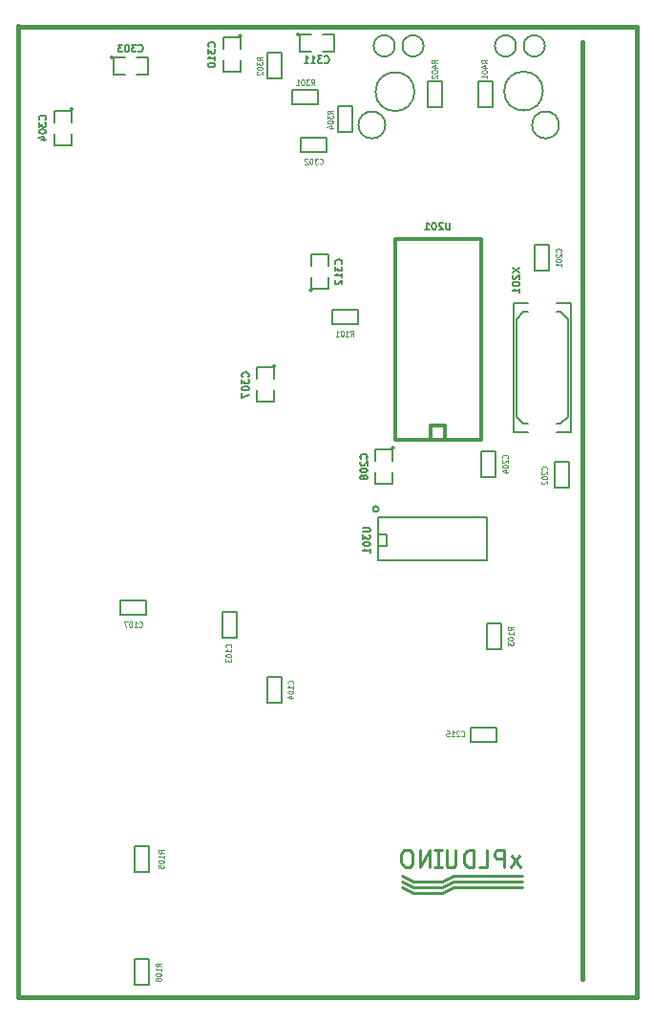
<source format=gbo>
G04 (created by PCBNEW (2011-nov-30)-testing) date ven. 21 sept. 2012 14:12:35 CEST*
%MOIN*%
G04 Gerber Fmt 3.4, Leading zero omitted, Abs format*
%FSLAX34Y34*%
G01*
G70*
G90*
G04 APERTURE LIST*
%ADD10C,0.006*%
%ADD11C,0.015*%
%ADD12C,0.005*%
%ADD13C,0.012*%
%ADD14C,0.008*%
%ADD15C,0.01*%
%ADD16C,0.0045*%
G04 APERTURE END LIST*
G54D10*
G54D11*
X39400Y-39925D02*
X39400Y-72600D01*
X19700Y-39375D02*
X19700Y-39400D01*
X41300Y-39375D02*
X19700Y-39375D01*
X41300Y-73225D02*
X41300Y-39375D01*
X39375Y-73225D02*
X41300Y-73225D01*
G54D12*
X32284Y-56201D02*
G75*
G03X32284Y-56201I-99J0D01*
G74*
G01*
G54D11*
X19685Y-73228D02*
X19685Y-39370D01*
X39370Y-73228D02*
X19685Y-73228D01*
G54D12*
X23022Y-40448D02*
G75*
G03X23022Y-40448I-50J0D01*
G74*
G01*
X23422Y-40448D02*
X23022Y-40448D01*
X23022Y-40448D02*
X23022Y-41048D01*
X23022Y-41048D02*
X23422Y-41048D01*
X23822Y-41048D02*
X24222Y-41048D01*
X24222Y-41048D02*
X24222Y-40448D01*
X24222Y-40448D02*
X23822Y-40448D01*
X21610Y-42263D02*
G75*
G03X21610Y-42263I-50J0D01*
G74*
G01*
X21560Y-42713D02*
X21560Y-42313D01*
X21560Y-42313D02*
X20960Y-42313D01*
X20960Y-42313D02*
X20960Y-42713D01*
X20960Y-43113D02*
X20960Y-43513D01*
X20960Y-43513D02*
X21560Y-43513D01*
X21560Y-43513D02*
X21560Y-43113D01*
X32830Y-54074D02*
G75*
G03X32830Y-54074I-50J0D01*
G74*
G01*
X32780Y-54524D02*
X32780Y-54124D01*
X32780Y-54124D02*
X32180Y-54124D01*
X32180Y-54124D02*
X32180Y-54524D01*
X32180Y-54924D02*
X32180Y-55324D01*
X32180Y-55324D02*
X32780Y-55324D01*
X32780Y-55324D02*
X32780Y-54924D01*
X28696Y-51220D02*
G75*
G03X28696Y-51220I-50J0D01*
G74*
G01*
X28646Y-51670D02*
X28646Y-51270D01*
X28646Y-51270D02*
X28046Y-51270D01*
X28046Y-51270D02*
X28046Y-51670D01*
X28046Y-52070D02*
X28046Y-52470D01*
X28046Y-52470D02*
X28646Y-52470D01*
X28646Y-52470D02*
X28646Y-52070D01*
X27515Y-39704D02*
G75*
G03X27515Y-39704I-50J0D01*
G74*
G01*
X27465Y-40154D02*
X27465Y-39754D01*
X27465Y-39754D02*
X26865Y-39754D01*
X26865Y-39754D02*
X26865Y-40154D01*
X26865Y-40554D02*
X26865Y-40954D01*
X26865Y-40954D02*
X27465Y-40954D01*
X27465Y-40954D02*
X27465Y-40554D01*
X29518Y-39661D02*
G75*
G03X29518Y-39661I-50J0D01*
G74*
G01*
X29918Y-39661D02*
X29518Y-39661D01*
X29518Y-39661D02*
X29518Y-40261D01*
X29518Y-40261D02*
X29918Y-40261D01*
X30318Y-40261D02*
X30718Y-40261D01*
X30718Y-40261D02*
X30718Y-39661D01*
X30718Y-39661D02*
X30318Y-39661D01*
X29967Y-48583D02*
G75*
G03X29967Y-48583I-50J0D01*
G74*
G01*
X29917Y-48133D02*
X29917Y-48533D01*
X29917Y-48533D02*
X30517Y-48533D01*
X30517Y-48533D02*
X30517Y-48133D01*
X30517Y-47733D02*
X30517Y-47333D01*
X30517Y-47333D02*
X29917Y-47333D01*
X29917Y-47333D02*
X29917Y-47733D01*
X24266Y-72793D02*
X24266Y-71893D01*
X24266Y-71893D02*
X23766Y-71893D01*
X23766Y-71893D02*
X23766Y-72793D01*
X23766Y-72793D02*
X24266Y-72793D01*
X36069Y-60180D02*
X36069Y-61080D01*
X36069Y-61080D02*
X36569Y-61080D01*
X36569Y-61080D02*
X36569Y-60180D01*
X36569Y-60180D02*
X36069Y-60180D01*
X30652Y-49758D02*
X31552Y-49758D01*
X31552Y-49758D02*
X31552Y-49258D01*
X31552Y-49258D02*
X30652Y-49258D01*
X30652Y-49258D02*
X30652Y-49758D01*
X23766Y-67956D02*
X23766Y-68856D01*
X23766Y-68856D02*
X24266Y-68856D01*
X24266Y-68856D02*
X24266Y-67956D01*
X24266Y-67956D02*
X23766Y-67956D01*
X29274Y-42081D02*
X30174Y-42081D01*
X30174Y-42081D02*
X30174Y-41581D01*
X30174Y-41581D02*
X29274Y-41581D01*
X29274Y-41581D02*
X29274Y-42081D01*
X28392Y-40298D02*
X28392Y-41198D01*
X28392Y-41198D02*
X28892Y-41198D01*
X28892Y-41198D02*
X28892Y-40298D01*
X28892Y-40298D02*
X28392Y-40298D01*
X31352Y-43068D02*
X31352Y-42168D01*
X31352Y-42168D02*
X30852Y-42168D01*
X30852Y-42168D02*
X30852Y-43068D01*
X30852Y-43068D02*
X31352Y-43068D01*
X36395Y-63805D02*
X35495Y-63805D01*
X35495Y-63805D02*
X35495Y-64305D01*
X35495Y-64305D02*
X36395Y-64305D01*
X36395Y-64305D02*
X36395Y-63805D01*
X38431Y-54570D02*
X38431Y-55470D01*
X38431Y-55470D02*
X38931Y-55470D01*
X38931Y-55470D02*
X38931Y-54570D01*
X38931Y-54570D02*
X38431Y-54570D01*
X36372Y-55076D02*
X36372Y-54176D01*
X36372Y-54176D02*
X35872Y-54176D01*
X35872Y-54176D02*
X35872Y-55076D01*
X35872Y-55076D02*
X36372Y-55076D01*
X29570Y-43754D02*
X30470Y-43754D01*
X30470Y-43754D02*
X30470Y-43254D01*
X30470Y-43254D02*
X29570Y-43254D01*
X29570Y-43254D02*
X29570Y-43754D01*
X28392Y-62050D02*
X28392Y-62950D01*
X28392Y-62950D02*
X28892Y-62950D01*
X28892Y-62950D02*
X28892Y-62050D01*
X28892Y-62050D02*
X28392Y-62050D01*
X26817Y-59786D02*
X26817Y-60686D01*
X26817Y-60686D02*
X27317Y-60686D01*
X27317Y-60686D02*
X27317Y-59786D01*
X27317Y-59786D02*
X26817Y-59786D01*
X38242Y-47891D02*
X38242Y-46991D01*
X38242Y-46991D02*
X37742Y-46991D01*
X37742Y-46991D02*
X37742Y-47891D01*
X37742Y-47891D02*
X38242Y-47891D01*
X23270Y-59896D02*
X24170Y-59896D01*
X24170Y-59896D02*
X24170Y-59396D01*
X24170Y-59396D02*
X23270Y-59396D01*
X23270Y-59396D02*
X23270Y-59896D01*
G54D13*
X35350Y-46795D02*
X32850Y-46795D01*
X32850Y-46795D02*
X32850Y-53795D01*
X32850Y-53795D02*
X35850Y-53795D01*
X35850Y-53795D02*
X35850Y-46795D01*
X35850Y-46795D02*
X35350Y-46795D01*
X34600Y-53795D02*
X34600Y-53295D01*
X34600Y-53295D02*
X34100Y-53295D01*
X34100Y-53295D02*
X34100Y-53795D01*
G54D14*
X32254Y-57983D02*
X36054Y-57983D01*
X36054Y-57983D02*
X36054Y-56483D01*
X36054Y-56483D02*
X32254Y-56483D01*
X32254Y-56483D02*
X32254Y-57983D01*
X32254Y-57483D02*
X32554Y-57483D01*
X32554Y-57483D02*
X32554Y-57083D01*
X32554Y-57083D02*
X32254Y-57083D01*
X37342Y-49330D02*
X37492Y-49330D01*
X38642Y-49330D02*
X38492Y-49330D01*
X38642Y-53230D02*
X38492Y-53230D01*
X37342Y-53230D02*
X37492Y-53230D01*
X36992Y-53530D02*
X37492Y-53530D01*
X38992Y-53530D02*
X38492Y-53530D01*
X38992Y-49030D02*
X38492Y-49030D01*
X36992Y-49030D02*
X37492Y-49030D01*
X38642Y-49330D02*
X38892Y-49580D01*
X38892Y-49580D02*
X38892Y-52980D01*
X38892Y-52980D02*
X38642Y-53230D01*
X37342Y-53230D02*
X37092Y-52980D01*
X37092Y-52980D02*
X37092Y-49580D01*
X37092Y-49580D02*
X37342Y-49330D01*
X38992Y-53530D02*
X38992Y-49030D01*
X36992Y-49030D02*
X36992Y-53530D01*
G54D12*
X36250Y-42200D02*
X36250Y-41300D01*
X36250Y-41300D02*
X35750Y-41300D01*
X35750Y-41300D02*
X35750Y-42200D01*
X35750Y-42200D02*
X36250Y-42200D01*
X34500Y-42200D02*
X34500Y-41300D01*
X34500Y-41300D02*
X34000Y-41300D01*
X34000Y-41300D02*
X34000Y-42200D01*
X34000Y-42200D02*
X34500Y-42200D01*
G54D15*
X37300Y-69400D02*
X34900Y-69400D01*
X34900Y-69400D02*
X34500Y-69600D01*
X34500Y-69600D02*
X33500Y-69600D01*
X33500Y-69600D02*
X33100Y-69400D01*
X37300Y-69200D02*
X34900Y-69200D01*
X34900Y-69200D02*
X34500Y-69400D01*
X34500Y-69400D02*
X33500Y-69400D01*
X33500Y-69400D02*
X33100Y-69200D01*
X33500Y-69200D02*
X33100Y-69000D01*
X34500Y-69200D02*
X33500Y-69200D01*
X34900Y-69000D02*
X34500Y-69200D01*
X37300Y-69000D02*
X34900Y-69000D01*
X37300Y-69000D02*
X34900Y-69000D01*
X34900Y-69000D02*
X34500Y-69200D01*
X34500Y-69200D02*
X33500Y-69200D01*
X33500Y-69200D02*
X33100Y-69000D01*
X33500Y-69200D02*
X33100Y-69000D01*
X34500Y-69200D02*
X33500Y-69200D01*
X34900Y-69000D02*
X34500Y-69200D01*
X37300Y-69000D02*
X34900Y-69000D01*
X37300Y-69000D02*
X34900Y-69000D01*
X34900Y-69000D02*
X34500Y-69200D01*
X34500Y-69200D02*
X33500Y-69200D01*
X33500Y-69200D02*
X33100Y-69000D01*
X33500Y-69200D02*
X33100Y-69000D01*
X34500Y-69200D02*
X33500Y-69200D01*
X34900Y-69000D02*
X34500Y-69200D01*
X37300Y-69000D02*
X34900Y-69000D01*
X37300Y-69000D02*
X34900Y-69000D01*
X34900Y-69000D02*
X34500Y-69200D01*
X34500Y-69200D02*
X33500Y-69200D01*
X33500Y-69200D02*
X33100Y-69000D01*
X33500Y-69200D02*
X33100Y-69000D01*
X34500Y-69200D02*
X33500Y-69200D01*
X34900Y-69000D02*
X34500Y-69200D01*
X37300Y-69000D02*
X34900Y-69000D01*
X37300Y-69000D02*
X34900Y-69000D01*
X34900Y-69000D02*
X34500Y-69200D01*
X34500Y-69200D02*
X33500Y-69200D01*
X33500Y-69200D02*
X33100Y-69000D01*
X33225Y-68700D02*
X33125Y-68625D01*
X33450Y-68600D02*
X33350Y-68700D01*
X34275Y-68700D02*
X34225Y-68700D01*
X34500Y-68700D02*
X34250Y-68700D01*
X34500Y-68100D02*
X34225Y-68100D01*
X34350Y-68675D02*
X34350Y-68150D01*
X33475Y-68500D02*
X33450Y-68600D01*
X33350Y-68700D02*
X33225Y-68700D01*
X33075Y-68475D02*
X33100Y-68600D01*
X33475Y-68275D02*
X33450Y-68175D01*
X33450Y-68175D02*
X33375Y-68100D01*
X33375Y-68100D02*
X33325Y-68075D01*
X33325Y-68075D02*
X33225Y-68075D01*
X33225Y-68075D02*
X33175Y-68100D01*
X33175Y-68100D02*
X33125Y-68125D01*
X33125Y-68125D02*
X33100Y-68175D01*
X33100Y-68175D02*
X33075Y-68250D01*
X33075Y-68250D02*
X33075Y-68300D01*
X33075Y-68300D02*
X33075Y-68475D01*
X33475Y-68300D02*
X33475Y-68500D01*
X34075Y-68700D02*
X34075Y-68075D01*
X34075Y-68100D02*
X33725Y-68700D01*
X33725Y-68700D02*
X33725Y-68075D01*
X34975Y-68100D02*
X34975Y-68575D01*
X34975Y-68575D02*
X34950Y-68625D01*
X34950Y-68625D02*
X34925Y-68650D01*
X34925Y-68650D02*
X34900Y-68675D01*
X34900Y-68675D02*
X34850Y-68700D01*
X34850Y-68700D02*
X34800Y-68700D01*
X34800Y-68700D02*
X34750Y-68700D01*
X34750Y-68700D02*
X34700Y-68675D01*
X34700Y-68675D02*
X34675Y-68650D01*
X34675Y-68650D02*
X34650Y-68625D01*
X34650Y-68625D02*
X34650Y-68575D01*
X34650Y-68575D02*
X34650Y-68100D01*
X35575Y-68100D02*
X35450Y-68100D01*
X35450Y-68100D02*
X35350Y-68125D01*
X35350Y-68125D02*
X35300Y-68175D01*
X35300Y-68175D02*
X35275Y-68250D01*
X35275Y-68250D02*
X35250Y-68350D01*
X35250Y-68350D02*
X35250Y-68425D01*
X35250Y-68425D02*
X35250Y-68475D01*
X35250Y-68475D02*
X35275Y-68550D01*
X35275Y-68550D02*
X35300Y-68600D01*
X35300Y-68600D02*
X35350Y-68650D01*
X35350Y-68650D02*
X35425Y-68700D01*
X35425Y-68700D02*
X35475Y-68700D01*
X35475Y-68700D02*
X35600Y-68700D01*
X35600Y-68700D02*
X35600Y-68100D01*
X36075Y-68100D02*
X36075Y-68700D01*
X36075Y-68700D02*
X35800Y-68700D01*
X36675Y-68100D02*
X36650Y-68100D01*
X36650Y-68100D02*
X36425Y-68100D01*
X36425Y-68100D02*
X36375Y-68125D01*
X36375Y-68125D02*
X36350Y-68150D01*
X36350Y-68150D02*
X36325Y-68200D01*
X36325Y-68200D02*
X36325Y-68250D01*
X36325Y-68250D02*
X36325Y-68300D01*
X36325Y-68300D02*
X36350Y-68350D01*
X36350Y-68350D02*
X36400Y-68375D01*
X36400Y-68375D02*
X36450Y-68400D01*
X36450Y-68400D02*
X36675Y-68400D01*
X36675Y-68675D02*
X36675Y-68100D01*
X37200Y-68300D02*
X36900Y-68700D01*
X37225Y-68700D02*
X36925Y-68300D01*
G54D10*
X33534Y-41648D02*
G75*
G03X33534Y-41648I-678J0D01*
G74*
G01*
X38022Y-41629D02*
G75*
G03X38022Y-41629I-678J0D01*
G74*
G01*
X38088Y-40054D02*
G75*
G03X38088Y-40054I-370J0D01*
G74*
G01*
X37084Y-40054D02*
G75*
G03X37084Y-40054I-370J0D01*
G74*
G01*
X33856Y-40054D02*
G75*
G03X33856Y-40054I-370J0D01*
G74*
G01*
X32852Y-40054D02*
G75*
G03X32852Y-40054I-370J0D01*
G74*
G01*
X38582Y-42810D02*
G75*
G03X38582Y-42810I-470J0D01*
G74*
G01*
X32519Y-42810D02*
G75*
G03X32519Y-42810I-470J0D01*
G74*
G01*
G54D12*
X23902Y-40235D02*
X23914Y-40247D01*
X23949Y-40259D01*
X23973Y-40259D01*
X24009Y-40247D01*
X24033Y-40223D01*
X24044Y-40200D01*
X24056Y-40152D01*
X24056Y-40116D01*
X24044Y-40069D01*
X24033Y-40045D01*
X24009Y-40021D01*
X23973Y-40009D01*
X23949Y-40009D01*
X23914Y-40021D01*
X23902Y-40033D01*
X23818Y-40009D02*
X23664Y-40009D01*
X23747Y-40104D01*
X23711Y-40104D01*
X23687Y-40116D01*
X23675Y-40128D01*
X23664Y-40152D01*
X23664Y-40212D01*
X23675Y-40235D01*
X23687Y-40247D01*
X23711Y-40259D01*
X23783Y-40259D01*
X23806Y-40247D01*
X23818Y-40235D01*
X23509Y-40009D02*
X23485Y-40009D01*
X23461Y-40021D01*
X23449Y-40033D01*
X23437Y-40057D01*
X23426Y-40104D01*
X23426Y-40164D01*
X23437Y-40212D01*
X23449Y-40235D01*
X23461Y-40247D01*
X23485Y-40259D01*
X23509Y-40259D01*
X23533Y-40247D01*
X23545Y-40235D01*
X23556Y-40212D01*
X23568Y-40164D01*
X23568Y-40104D01*
X23556Y-40057D01*
X23545Y-40033D01*
X23533Y-40021D01*
X23509Y-40009D01*
X23342Y-40009D02*
X23188Y-40009D01*
X23271Y-40104D01*
X23235Y-40104D01*
X23211Y-40116D01*
X23199Y-40128D01*
X23188Y-40152D01*
X23188Y-40212D01*
X23199Y-40235D01*
X23211Y-40247D01*
X23235Y-40259D01*
X23307Y-40259D01*
X23330Y-40247D01*
X23342Y-40235D01*
X20648Y-42633D02*
X20660Y-42621D01*
X20672Y-42586D01*
X20672Y-42562D01*
X20660Y-42526D01*
X20636Y-42502D01*
X20613Y-42491D01*
X20565Y-42479D01*
X20529Y-42479D01*
X20482Y-42491D01*
X20458Y-42502D01*
X20434Y-42526D01*
X20422Y-42562D01*
X20422Y-42586D01*
X20434Y-42621D01*
X20446Y-42633D01*
X20422Y-42717D02*
X20422Y-42871D01*
X20517Y-42788D01*
X20517Y-42824D01*
X20529Y-42848D01*
X20541Y-42860D01*
X20565Y-42871D01*
X20625Y-42871D01*
X20648Y-42860D01*
X20660Y-42848D01*
X20672Y-42824D01*
X20672Y-42752D01*
X20660Y-42729D01*
X20648Y-42717D01*
X20422Y-43026D02*
X20422Y-43050D01*
X20434Y-43074D01*
X20446Y-43086D01*
X20470Y-43098D01*
X20517Y-43109D01*
X20577Y-43109D01*
X20625Y-43098D01*
X20648Y-43086D01*
X20660Y-43074D01*
X20672Y-43050D01*
X20672Y-43026D01*
X20660Y-43002D01*
X20648Y-42990D01*
X20625Y-42979D01*
X20577Y-42967D01*
X20517Y-42967D01*
X20470Y-42979D01*
X20446Y-42990D01*
X20434Y-43002D01*
X20422Y-43026D01*
X20506Y-43324D02*
X20672Y-43324D01*
X20410Y-43264D02*
X20589Y-43205D01*
X20589Y-43359D01*
X31868Y-54444D02*
X31880Y-54432D01*
X31892Y-54397D01*
X31892Y-54373D01*
X31880Y-54337D01*
X31856Y-54313D01*
X31833Y-54302D01*
X31785Y-54290D01*
X31749Y-54290D01*
X31702Y-54302D01*
X31678Y-54313D01*
X31654Y-54337D01*
X31642Y-54373D01*
X31642Y-54397D01*
X31654Y-54432D01*
X31666Y-54444D01*
X31666Y-54540D02*
X31654Y-54552D01*
X31642Y-54575D01*
X31642Y-54635D01*
X31654Y-54659D01*
X31666Y-54671D01*
X31690Y-54682D01*
X31714Y-54682D01*
X31749Y-54671D01*
X31892Y-54528D01*
X31892Y-54682D01*
X31642Y-54837D02*
X31642Y-54861D01*
X31654Y-54885D01*
X31666Y-54897D01*
X31690Y-54909D01*
X31737Y-54920D01*
X31797Y-54920D01*
X31845Y-54909D01*
X31868Y-54897D01*
X31880Y-54885D01*
X31892Y-54861D01*
X31892Y-54837D01*
X31880Y-54813D01*
X31868Y-54801D01*
X31845Y-54790D01*
X31797Y-54778D01*
X31737Y-54778D01*
X31690Y-54790D01*
X31666Y-54801D01*
X31654Y-54813D01*
X31642Y-54837D01*
X31749Y-55063D02*
X31737Y-55039D01*
X31726Y-55028D01*
X31702Y-55016D01*
X31690Y-55016D01*
X31666Y-55028D01*
X31654Y-55039D01*
X31642Y-55063D01*
X31642Y-55111D01*
X31654Y-55135D01*
X31666Y-55147D01*
X31690Y-55158D01*
X31702Y-55158D01*
X31726Y-55147D01*
X31737Y-55135D01*
X31749Y-55111D01*
X31749Y-55063D01*
X31761Y-55039D01*
X31773Y-55028D01*
X31797Y-55016D01*
X31845Y-55016D01*
X31868Y-55028D01*
X31880Y-55039D01*
X31892Y-55063D01*
X31892Y-55111D01*
X31880Y-55135D01*
X31868Y-55147D01*
X31845Y-55158D01*
X31797Y-55158D01*
X31773Y-55147D01*
X31761Y-55135D01*
X31749Y-55111D01*
X27734Y-51590D02*
X27746Y-51578D01*
X27758Y-51543D01*
X27758Y-51519D01*
X27746Y-51483D01*
X27722Y-51459D01*
X27699Y-51448D01*
X27651Y-51436D01*
X27615Y-51436D01*
X27568Y-51448D01*
X27544Y-51459D01*
X27520Y-51483D01*
X27508Y-51519D01*
X27508Y-51543D01*
X27520Y-51578D01*
X27532Y-51590D01*
X27508Y-51674D02*
X27508Y-51828D01*
X27603Y-51745D01*
X27603Y-51781D01*
X27615Y-51805D01*
X27627Y-51817D01*
X27651Y-51828D01*
X27711Y-51828D01*
X27734Y-51817D01*
X27746Y-51805D01*
X27758Y-51781D01*
X27758Y-51709D01*
X27746Y-51686D01*
X27734Y-51674D01*
X27508Y-51983D02*
X27508Y-52007D01*
X27520Y-52031D01*
X27532Y-52043D01*
X27556Y-52055D01*
X27603Y-52066D01*
X27663Y-52066D01*
X27711Y-52055D01*
X27734Y-52043D01*
X27746Y-52031D01*
X27758Y-52007D01*
X27758Y-51983D01*
X27746Y-51959D01*
X27734Y-51947D01*
X27711Y-51936D01*
X27663Y-51924D01*
X27603Y-51924D01*
X27556Y-51936D01*
X27532Y-51947D01*
X27520Y-51959D01*
X27508Y-51983D01*
X27508Y-52150D02*
X27508Y-52316D01*
X27758Y-52209D01*
X26553Y-40074D02*
X26565Y-40062D01*
X26577Y-40027D01*
X26577Y-40003D01*
X26565Y-39967D01*
X26541Y-39943D01*
X26518Y-39932D01*
X26470Y-39920D01*
X26434Y-39920D01*
X26387Y-39932D01*
X26363Y-39943D01*
X26339Y-39967D01*
X26327Y-40003D01*
X26327Y-40027D01*
X26339Y-40062D01*
X26351Y-40074D01*
X26327Y-40158D02*
X26327Y-40312D01*
X26422Y-40229D01*
X26422Y-40265D01*
X26434Y-40289D01*
X26446Y-40301D01*
X26470Y-40312D01*
X26530Y-40312D01*
X26553Y-40301D01*
X26565Y-40289D01*
X26577Y-40265D01*
X26577Y-40193D01*
X26565Y-40170D01*
X26553Y-40158D01*
X26577Y-40550D02*
X26577Y-40408D01*
X26577Y-40479D02*
X26327Y-40479D01*
X26363Y-40455D01*
X26387Y-40431D01*
X26399Y-40408D01*
X26327Y-40705D02*
X26327Y-40729D01*
X26339Y-40753D01*
X26351Y-40765D01*
X26375Y-40777D01*
X26422Y-40788D01*
X26482Y-40788D01*
X26530Y-40777D01*
X26553Y-40765D01*
X26565Y-40753D01*
X26577Y-40729D01*
X26577Y-40705D01*
X26565Y-40681D01*
X26553Y-40669D01*
X26530Y-40658D01*
X26482Y-40646D01*
X26422Y-40646D01*
X26375Y-40658D01*
X26351Y-40669D01*
X26339Y-40681D01*
X26327Y-40705D01*
X30398Y-40628D02*
X30410Y-40640D01*
X30445Y-40652D01*
X30469Y-40652D01*
X30505Y-40640D01*
X30529Y-40616D01*
X30540Y-40593D01*
X30552Y-40545D01*
X30552Y-40509D01*
X30540Y-40462D01*
X30529Y-40438D01*
X30505Y-40414D01*
X30469Y-40402D01*
X30445Y-40402D01*
X30410Y-40414D01*
X30398Y-40426D01*
X30314Y-40402D02*
X30160Y-40402D01*
X30243Y-40497D01*
X30207Y-40497D01*
X30183Y-40509D01*
X30171Y-40521D01*
X30160Y-40545D01*
X30160Y-40605D01*
X30171Y-40628D01*
X30183Y-40640D01*
X30207Y-40652D01*
X30279Y-40652D01*
X30302Y-40640D01*
X30314Y-40628D01*
X29922Y-40652D02*
X30064Y-40652D01*
X29993Y-40652D02*
X29993Y-40402D01*
X30017Y-40438D01*
X30041Y-40462D01*
X30064Y-40474D01*
X29684Y-40652D02*
X29826Y-40652D01*
X29755Y-40652D02*
X29755Y-40402D01*
X29779Y-40438D01*
X29803Y-40462D01*
X29826Y-40474D01*
X30983Y-47653D02*
X30995Y-47641D01*
X31007Y-47606D01*
X31007Y-47582D01*
X30995Y-47546D01*
X30971Y-47522D01*
X30948Y-47511D01*
X30900Y-47499D01*
X30864Y-47499D01*
X30817Y-47511D01*
X30793Y-47522D01*
X30769Y-47546D01*
X30757Y-47582D01*
X30757Y-47606D01*
X30769Y-47641D01*
X30781Y-47653D01*
X30757Y-47737D02*
X30757Y-47891D01*
X30852Y-47808D01*
X30852Y-47844D01*
X30864Y-47868D01*
X30876Y-47880D01*
X30900Y-47891D01*
X30960Y-47891D01*
X30983Y-47880D01*
X30995Y-47868D01*
X31007Y-47844D01*
X31007Y-47772D01*
X30995Y-47749D01*
X30983Y-47737D01*
X31007Y-48129D02*
X31007Y-47987D01*
X31007Y-48058D02*
X30757Y-48058D01*
X30793Y-48034D01*
X30817Y-48010D01*
X30829Y-47987D01*
X30781Y-48225D02*
X30769Y-48237D01*
X30757Y-48260D01*
X30757Y-48320D01*
X30769Y-48344D01*
X30781Y-48356D01*
X30805Y-48367D01*
X30829Y-48367D01*
X30864Y-48356D01*
X31007Y-48213D01*
X31007Y-48367D01*
G54D16*
X24687Y-72143D02*
X24592Y-72083D01*
X24687Y-72040D02*
X24487Y-72040D01*
X24487Y-72108D01*
X24496Y-72126D01*
X24506Y-72134D01*
X24525Y-72143D01*
X24554Y-72143D01*
X24573Y-72134D01*
X24582Y-72126D01*
X24592Y-72108D01*
X24592Y-72040D01*
X24687Y-72314D02*
X24687Y-72211D01*
X24687Y-72263D02*
X24487Y-72263D01*
X24516Y-72246D01*
X24535Y-72228D01*
X24544Y-72211D01*
X24487Y-72425D02*
X24487Y-72442D01*
X24496Y-72459D01*
X24506Y-72468D01*
X24525Y-72477D01*
X24563Y-72485D01*
X24611Y-72485D01*
X24649Y-72477D01*
X24668Y-72468D01*
X24677Y-72459D01*
X24687Y-72442D01*
X24687Y-72425D01*
X24677Y-72408D01*
X24668Y-72399D01*
X24649Y-72391D01*
X24611Y-72382D01*
X24563Y-72382D01*
X24525Y-72391D01*
X24506Y-72399D01*
X24496Y-72408D01*
X24487Y-72425D01*
X24487Y-72639D02*
X24487Y-72605D01*
X24496Y-72588D01*
X24506Y-72579D01*
X24535Y-72562D01*
X24573Y-72553D01*
X24649Y-72553D01*
X24668Y-72562D01*
X24677Y-72570D01*
X24687Y-72588D01*
X24687Y-72622D01*
X24677Y-72639D01*
X24668Y-72648D01*
X24649Y-72656D01*
X24601Y-72656D01*
X24582Y-72648D01*
X24573Y-72639D01*
X24563Y-72622D01*
X24563Y-72588D01*
X24573Y-72570D01*
X24582Y-72562D01*
X24601Y-72553D01*
X36990Y-60430D02*
X36895Y-60370D01*
X36990Y-60327D02*
X36790Y-60327D01*
X36790Y-60395D01*
X36799Y-60413D01*
X36809Y-60421D01*
X36828Y-60430D01*
X36857Y-60430D01*
X36876Y-60421D01*
X36885Y-60413D01*
X36895Y-60395D01*
X36895Y-60327D01*
X36990Y-60601D02*
X36990Y-60498D01*
X36990Y-60550D02*
X36790Y-60550D01*
X36819Y-60533D01*
X36838Y-60515D01*
X36847Y-60498D01*
X36790Y-60712D02*
X36790Y-60729D01*
X36799Y-60746D01*
X36809Y-60755D01*
X36828Y-60764D01*
X36866Y-60772D01*
X36914Y-60772D01*
X36952Y-60764D01*
X36971Y-60755D01*
X36980Y-60746D01*
X36990Y-60729D01*
X36990Y-60712D01*
X36980Y-60695D01*
X36971Y-60686D01*
X36952Y-60678D01*
X36914Y-60669D01*
X36866Y-60669D01*
X36828Y-60678D01*
X36809Y-60686D01*
X36799Y-60695D01*
X36790Y-60712D01*
X36790Y-60832D02*
X36790Y-60943D01*
X36866Y-60883D01*
X36866Y-60909D01*
X36876Y-60926D01*
X36885Y-60935D01*
X36904Y-60943D01*
X36952Y-60943D01*
X36971Y-60935D01*
X36980Y-60926D01*
X36990Y-60909D01*
X36990Y-60857D01*
X36980Y-60840D01*
X36971Y-60832D01*
X31302Y-50179D02*
X31362Y-50084D01*
X31405Y-50179D02*
X31405Y-49979D01*
X31337Y-49979D01*
X31319Y-49988D01*
X31311Y-49998D01*
X31302Y-50017D01*
X31302Y-50046D01*
X31311Y-50065D01*
X31319Y-50074D01*
X31337Y-50084D01*
X31405Y-50084D01*
X31131Y-50179D02*
X31234Y-50179D01*
X31182Y-50179D02*
X31182Y-49979D01*
X31199Y-50008D01*
X31217Y-50027D01*
X31234Y-50036D01*
X31020Y-49979D02*
X31003Y-49979D01*
X30986Y-49988D01*
X30977Y-49998D01*
X30968Y-50017D01*
X30960Y-50055D01*
X30960Y-50103D01*
X30968Y-50141D01*
X30977Y-50160D01*
X30986Y-50169D01*
X31003Y-50179D01*
X31020Y-50179D01*
X31037Y-50169D01*
X31046Y-50160D01*
X31054Y-50141D01*
X31063Y-50103D01*
X31063Y-50055D01*
X31054Y-50017D01*
X31046Y-49998D01*
X31037Y-49988D01*
X31020Y-49979D01*
X30789Y-50179D02*
X30892Y-50179D01*
X30840Y-50179D02*
X30840Y-49979D01*
X30857Y-50008D01*
X30875Y-50027D01*
X30892Y-50036D01*
X24786Y-68206D02*
X24691Y-68146D01*
X24786Y-68103D02*
X24586Y-68103D01*
X24586Y-68171D01*
X24595Y-68189D01*
X24605Y-68197D01*
X24624Y-68206D01*
X24653Y-68206D01*
X24672Y-68197D01*
X24681Y-68189D01*
X24691Y-68171D01*
X24691Y-68103D01*
X24786Y-68377D02*
X24786Y-68274D01*
X24786Y-68326D02*
X24586Y-68326D01*
X24615Y-68309D01*
X24634Y-68291D01*
X24643Y-68274D01*
X24586Y-68488D02*
X24586Y-68505D01*
X24595Y-68522D01*
X24605Y-68531D01*
X24624Y-68540D01*
X24662Y-68548D01*
X24710Y-68548D01*
X24748Y-68540D01*
X24767Y-68531D01*
X24776Y-68522D01*
X24786Y-68505D01*
X24786Y-68488D01*
X24776Y-68471D01*
X24767Y-68462D01*
X24748Y-68454D01*
X24710Y-68445D01*
X24662Y-68445D01*
X24624Y-68454D01*
X24605Y-68462D01*
X24595Y-68471D01*
X24586Y-68488D01*
X24586Y-68711D02*
X24586Y-68625D01*
X24681Y-68616D01*
X24672Y-68625D01*
X24662Y-68642D01*
X24662Y-68685D01*
X24672Y-68702D01*
X24681Y-68711D01*
X24700Y-68719D01*
X24748Y-68719D01*
X24767Y-68711D01*
X24776Y-68702D01*
X24786Y-68685D01*
X24786Y-68642D01*
X24776Y-68625D01*
X24767Y-68616D01*
X29924Y-41420D02*
X29984Y-41325D01*
X30027Y-41420D02*
X30027Y-41220D01*
X29959Y-41220D01*
X29941Y-41229D01*
X29933Y-41239D01*
X29924Y-41258D01*
X29924Y-41287D01*
X29933Y-41306D01*
X29941Y-41315D01*
X29959Y-41325D01*
X30027Y-41325D01*
X29864Y-41220D02*
X29753Y-41220D01*
X29813Y-41296D01*
X29787Y-41296D01*
X29770Y-41306D01*
X29761Y-41315D01*
X29753Y-41334D01*
X29753Y-41382D01*
X29761Y-41401D01*
X29770Y-41410D01*
X29787Y-41420D01*
X29839Y-41420D01*
X29856Y-41410D01*
X29864Y-41401D01*
X29642Y-41220D02*
X29625Y-41220D01*
X29608Y-41229D01*
X29599Y-41239D01*
X29590Y-41258D01*
X29582Y-41296D01*
X29582Y-41344D01*
X29590Y-41382D01*
X29599Y-41401D01*
X29608Y-41410D01*
X29625Y-41420D01*
X29642Y-41420D01*
X29659Y-41410D01*
X29668Y-41401D01*
X29676Y-41382D01*
X29685Y-41344D01*
X29685Y-41296D01*
X29676Y-41258D01*
X29668Y-41239D01*
X29659Y-41229D01*
X29642Y-41220D01*
X29411Y-41420D02*
X29514Y-41420D01*
X29462Y-41420D02*
X29462Y-41220D01*
X29479Y-41249D01*
X29497Y-41268D01*
X29514Y-41277D01*
X28231Y-40548D02*
X28136Y-40488D01*
X28231Y-40445D02*
X28031Y-40445D01*
X28031Y-40513D01*
X28040Y-40531D01*
X28050Y-40539D01*
X28069Y-40548D01*
X28098Y-40548D01*
X28117Y-40539D01*
X28126Y-40531D01*
X28136Y-40513D01*
X28136Y-40445D01*
X28031Y-40608D02*
X28031Y-40719D01*
X28107Y-40659D01*
X28107Y-40685D01*
X28117Y-40702D01*
X28126Y-40711D01*
X28145Y-40719D01*
X28193Y-40719D01*
X28212Y-40711D01*
X28221Y-40702D01*
X28231Y-40685D01*
X28231Y-40633D01*
X28221Y-40616D01*
X28212Y-40608D01*
X28031Y-40830D02*
X28031Y-40847D01*
X28040Y-40864D01*
X28050Y-40873D01*
X28069Y-40882D01*
X28107Y-40890D01*
X28155Y-40890D01*
X28193Y-40882D01*
X28212Y-40873D01*
X28221Y-40864D01*
X28231Y-40847D01*
X28231Y-40830D01*
X28221Y-40813D01*
X28212Y-40804D01*
X28193Y-40796D01*
X28155Y-40787D01*
X28107Y-40787D01*
X28069Y-40796D01*
X28050Y-40804D01*
X28040Y-40813D01*
X28031Y-40830D01*
X28050Y-40958D02*
X28040Y-40967D01*
X28031Y-40984D01*
X28031Y-41027D01*
X28040Y-41044D01*
X28050Y-41053D01*
X28069Y-41061D01*
X28088Y-41061D01*
X28117Y-41053D01*
X28231Y-40950D01*
X28231Y-41061D01*
X30691Y-42418D02*
X30596Y-42358D01*
X30691Y-42315D02*
X30491Y-42315D01*
X30491Y-42383D01*
X30500Y-42401D01*
X30510Y-42409D01*
X30529Y-42418D01*
X30558Y-42418D01*
X30577Y-42409D01*
X30586Y-42401D01*
X30596Y-42383D01*
X30596Y-42315D01*
X30491Y-42478D02*
X30491Y-42589D01*
X30567Y-42529D01*
X30567Y-42555D01*
X30577Y-42572D01*
X30586Y-42581D01*
X30605Y-42589D01*
X30653Y-42589D01*
X30672Y-42581D01*
X30681Y-42572D01*
X30691Y-42555D01*
X30691Y-42503D01*
X30681Y-42486D01*
X30672Y-42478D01*
X30491Y-42700D02*
X30491Y-42717D01*
X30500Y-42734D01*
X30510Y-42743D01*
X30529Y-42752D01*
X30567Y-42760D01*
X30615Y-42760D01*
X30653Y-42752D01*
X30672Y-42743D01*
X30681Y-42734D01*
X30691Y-42717D01*
X30691Y-42700D01*
X30681Y-42683D01*
X30672Y-42674D01*
X30653Y-42666D01*
X30615Y-42657D01*
X30567Y-42657D01*
X30529Y-42666D01*
X30510Y-42674D01*
X30500Y-42683D01*
X30491Y-42700D01*
X30558Y-42914D02*
X30691Y-42914D01*
X30481Y-42871D02*
X30624Y-42828D01*
X30624Y-42940D01*
X35161Y-64117D02*
X35170Y-64126D01*
X35196Y-64136D01*
X35213Y-64136D01*
X35238Y-64126D01*
X35256Y-64107D01*
X35264Y-64088D01*
X35273Y-64050D01*
X35273Y-64022D01*
X35264Y-63984D01*
X35256Y-63965D01*
X35238Y-63945D01*
X35213Y-63936D01*
X35196Y-63936D01*
X35170Y-63945D01*
X35161Y-63955D01*
X35093Y-63955D02*
X35084Y-63945D01*
X35067Y-63936D01*
X35024Y-63936D01*
X35007Y-63945D01*
X34998Y-63955D01*
X34990Y-63974D01*
X34990Y-63993D01*
X34998Y-64022D01*
X35101Y-64136D01*
X34990Y-64136D01*
X34819Y-64136D02*
X34922Y-64136D01*
X34870Y-64136D02*
X34870Y-63936D01*
X34887Y-63965D01*
X34905Y-63984D01*
X34922Y-63993D01*
X34656Y-63936D02*
X34742Y-63936D01*
X34751Y-64031D01*
X34742Y-64022D01*
X34725Y-64012D01*
X34682Y-64012D01*
X34665Y-64022D01*
X34656Y-64031D01*
X34648Y-64050D01*
X34648Y-64098D01*
X34656Y-64117D01*
X34665Y-64126D01*
X34682Y-64136D01*
X34725Y-64136D01*
X34742Y-64126D01*
X34751Y-64117D01*
X38153Y-54820D02*
X38162Y-54811D01*
X38172Y-54785D01*
X38172Y-54768D01*
X38162Y-54743D01*
X38143Y-54725D01*
X38124Y-54717D01*
X38086Y-54708D01*
X38058Y-54708D01*
X38020Y-54717D01*
X38001Y-54725D01*
X37981Y-54743D01*
X37972Y-54768D01*
X37972Y-54785D01*
X37981Y-54811D01*
X37991Y-54820D01*
X37991Y-54888D02*
X37981Y-54897D01*
X37972Y-54914D01*
X37972Y-54957D01*
X37981Y-54974D01*
X37991Y-54983D01*
X38010Y-54991D01*
X38029Y-54991D01*
X38058Y-54983D01*
X38172Y-54880D01*
X38172Y-54991D01*
X37972Y-55102D02*
X37972Y-55119D01*
X37981Y-55136D01*
X37991Y-55145D01*
X38010Y-55154D01*
X38048Y-55162D01*
X38096Y-55162D01*
X38134Y-55154D01*
X38153Y-55145D01*
X38162Y-55136D01*
X38172Y-55119D01*
X38172Y-55102D01*
X38162Y-55085D01*
X38153Y-55076D01*
X38134Y-55068D01*
X38096Y-55059D01*
X38048Y-55059D01*
X38010Y-55068D01*
X37991Y-55076D01*
X37981Y-55085D01*
X37972Y-55102D01*
X37991Y-55230D02*
X37981Y-55239D01*
X37972Y-55256D01*
X37972Y-55299D01*
X37981Y-55316D01*
X37991Y-55325D01*
X38010Y-55333D01*
X38029Y-55333D01*
X38058Y-55325D01*
X38172Y-55222D01*
X38172Y-55333D01*
X36775Y-54426D02*
X36784Y-54417D01*
X36794Y-54391D01*
X36794Y-54374D01*
X36784Y-54349D01*
X36765Y-54331D01*
X36746Y-54323D01*
X36708Y-54314D01*
X36680Y-54314D01*
X36642Y-54323D01*
X36623Y-54331D01*
X36603Y-54349D01*
X36594Y-54374D01*
X36594Y-54391D01*
X36603Y-54417D01*
X36613Y-54426D01*
X36613Y-54494D02*
X36603Y-54503D01*
X36594Y-54520D01*
X36594Y-54563D01*
X36603Y-54580D01*
X36613Y-54589D01*
X36632Y-54597D01*
X36651Y-54597D01*
X36680Y-54589D01*
X36794Y-54486D01*
X36794Y-54597D01*
X36594Y-54708D02*
X36594Y-54725D01*
X36603Y-54742D01*
X36613Y-54751D01*
X36632Y-54760D01*
X36670Y-54768D01*
X36718Y-54768D01*
X36756Y-54760D01*
X36775Y-54751D01*
X36784Y-54742D01*
X36794Y-54725D01*
X36794Y-54708D01*
X36784Y-54691D01*
X36775Y-54682D01*
X36756Y-54674D01*
X36718Y-54665D01*
X36670Y-54665D01*
X36632Y-54674D01*
X36613Y-54682D01*
X36603Y-54691D01*
X36594Y-54708D01*
X36661Y-54922D02*
X36794Y-54922D01*
X36584Y-54879D02*
X36727Y-54836D01*
X36727Y-54948D01*
X30220Y-44156D02*
X30229Y-44165D01*
X30255Y-44175D01*
X30272Y-44175D01*
X30297Y-44165D01*
X30315Y-44146D01*
X30323Y-44127D01*
X30332Y-44089D01*
X30332Y-44061D01*
X30323Y-44023D01*
X30315Y-44004D01*
X30297Y-43984D01*
X30272Y-43975D01*
X30255Y-43975D01*
X30229Y-43984D01*
X30220Y-43994D01*
X30160Y-43975D02*
X30049Y-43975D01*
X30109Y-44051D01*
X30083Y-44051D01*
X30066Y-44061D01*
X30057Y-44070D01*
X30049Y-44089D01*
X30049Y-44137D01*
X30057Y-44156D01*
X30066Y-44165D01*
X30083Y-44175D01*
X30135Y-44175D01*
X30152Y-44165D01*
X30160Y-44156D01*
X29938Y-43975D02*
X29921Y-43975D01*
X29904Y-43984D01*
X29895Y-43994D01*
X29886Y-44013D01*
X29878Y-44051D01*
X29878Y-44099D01*
X29886Y-44137D01*
X29895Y-44156D01*
X29904Y-44165D01*
X29921Y-44175D01*
X29938Y-44175D01*
X29955Y-44165D01*
X29964Y-44156D01*
X29972Y-44137D01*
X29981Y-44099D01*
X29981Y-44051D01*
X29972Y-44013D01*
X29964Y-43994D01*
X29955Y-43984D01*
X29938Y-43975D01*
X29810Y-43994D02*
X29801Y-43984D01*
X29784Y-43975D01*
X29741Y-43975D01*
X29724Y-43984D01*
X29715Y-43994D01*
X29707Y-44013D01*
X29707Y-44032D01*
X29715Y-44061D01*
X29818Y-44175D01*
X29707Y-44175D01*
X29294Y-62300D02*
X29303Y-62291D01*
X29313Y-62265D01*
X29313Y-62248D01*
X29303Y-62223D01*
X29284Y-62205D01*
X29265Y-62197D01*
X29227Y-62188D01*
X29199Y-62188D01*
X29161Y-62197D01*
X29142Y-62205D01*
X29122Y-62223D01*
X29113Y-62248D01*
X29113Y-62265D01*
X29122Y-62291D01*
X29132Y-62300D01*
X29313Y-62471D02*
X29313Y-62368D01*
X29313Y-62420D02*
X29113Y-62420D01*
X29142Y-62403D01*
X29161Y-62385D01*
X29170Y-62368D01*
X29113Y-62582D02*
X29113Y-62599D01*
X29122Y-62616D01*
X29132Y-62625D01*
X29151Y-62634D01*
X29189Y-62642D01*
X29237Y-62642D01*
X29275Y-62634D01*
X29294Y-62625D01*
X29303Y-62616D01*
X29313Y-62599D01*
X29313Y-62582D01*
X29303Y-62565D01*
X29294Y-62556D01*
X29275Y-62548D01*
X29237Y-62539D01*
X29189Y-62539D01*
X29151Y-62548D01*
X29132Y-62556D01*
X29122Y-62565D01*
X29113Y-62582D01*
X29180Y-62796D02*
X29313Y-62796D01*
X29103Y-62753D02*
X29246Y-62710D01*
X29246Y-62822D01*
X27129Y-61020D02*
X27138Y-61011D01*
X27148Y-60985D01*
X27148Y-60968D01*
X27138Y-60943D01*
X27119Y-60925D01*
X27100Y-60917D01*
X27062Y-60908D01*
X27034Y-60908D01*
X26996Y-60917D01*
X26977Y-60925D01*
X26957Y-60943D01*
X26948Y-60968D01*
X26948Y-60985D01*
X26957Y-61011D01*
X26967Y-61020D01*
X27148Y-61191D02*
X27148Y-61088D01*
X27148Y-61140D02*
X26948Y-61140D01*
X26977Y-61123D01*
X26996Y-61105D01*
X27005Y-61088D01*
X26948Y-61302D02*
X26948Y-61319D01*
X26957Y-61336D01*
X26967Y-61345D01*
X26986Y-61354D01*
X27024Y-61362D01*
X27072Y-61362D01*
X27110Y-61354D01*
X27129Y-61345D01*
X27138Y-61336D01*
X27148Y-61319D01*
X27148Y-61302D01*
X27138Y-61285D01*
X27129Y-61276D01*
X27110Y-61268D01*
X27072Y-61259D01*
X27024Y-61259D01*
X26986Y-61268D01*
X26967Y-61276D01*
X26957Y-61285D01*
X26948Y-61302D01*
X26948Y-61422D02*
X26948Y-61533D01*
X27024Y-61473D01*
X27024Y-61499D01*
X27034Y-61516D01*
X27043Y-61525D01*
X27062Y-61533D01*
X27110Y-61533D01*
X27129Y-61525D01*
X27138Y-61516D01*
X27148Y-61499D01*
X27148Y-61447D01*
X27138Y-61430D01*
X27129Y-61422D01*
X38645Y-47241D02*
X38654Y-47232D01*
X38664Y-47206D01*
X38664Y-47189D01*
X38654Y-47164D01*
X38635Y-47146D01*
X38616Y-47138D01*
X38578Y-47129D01*
X38550Y-47129D01*
X38512Y-47138D01*
X38493Y-47146D01*
X38473Y-47164D01*
X38464Y-47189D01*
X38464Y-47206D01*
X38473Y-47232D01*
X38483Y-47241D01*
X38483Y-47309D02*
X38473Y-47318D01*
X38464Y-47335D01*
X38464Y-47378D01*
X38473Y-47395D01*
X38483Y-47404D01*
X38502Y-47412D01*
X38521Y-47412D01*
X38550Y-47404D01*
X38664Y-47301D01*
X38664Y-47412D01*
X38464Y-47523D02*
X38464Y-47540D01*
X38473Y-47557D01*
X38483Y-47566D01*
X38502Y-47575D01*
X38540Y-47583D01*
X38588Y-47583D01*
X38626Y-47575D01*
X38645Y-47566D01*
X38654Y-47557D01*
X38664Y-47540D01*
X38664Y-47523D01*
X38654Y-47506D01*
X38645Y-47497D01*
X38626Y-47489D01*
X38588Y-47480D01*
X38540Y-47480D01*
X38502Y-47489D01*
X38483Y-47497D01*
X38473Y-47506D01*
X38464Y-47523D01*
X38664Y-47754D02*
X38664Y-47651D01*
X38664Y-47703D02*
X38464Y-47703D01*
X38493Y-47686D01*
X38512Y-47668D01*
X38521Y-47651D01*
X23920Y-60298D02*
X23929Y-60307D01*
X23955Y-60317D01*
X23972Y-60317D01*
X23997Y-60307D01*
X24015Y-60288D01*
X24023Y-60269D01*
X24032Y-60231D01*
X24032Y-60203D01*
X24023Y-60165D01*
X24015Y-60146D01*
X23997Y-60126D01*
X23972Y-60117D01*
X23955Y-60117D01*
X23929Y-60126D01*
X23920Y-60136D01*
X23749Y-60317D02*
X23852Y-60317D01*
X23800Y-60317D02*
X23800Y-60117D01*
X23817Y-60146D01*
X23835Y-60165D01*
X23852Y-60174D01*
X23638Y-60117D02*
X23621Y-60117D01*
X23604Y-60126D01*
X23595Y-60136D01*
X23586Y-60155D01*
X23578Y-60193D01*
X23578Y-60241D01*
X23586Y-60279D01*
X23595Y-60298D01*
X23604Y-60307D01*
X23621Y-60317D01*
X23638Y-60317D01*
X23655Y-60307D01*
X23664Y-60298D01*
X23672Y-60279D01*
X23681Y-60241D01*
X23681Y-60193D01*
X23672Y-60155D01*
X23664Y-60136D01*
X23655Y-60126D01*
X23638Y-60117D01*
X23518Y-60117D02*
X23398Y-60117D01*
X23475Y-60317D01*
G54D12*
X34778Y-46209D02*
X34778Y-46412D01*
X34767Y-46435D01*
X34755Y-46447D01*
X34731Y-46459D01*
X34683Y-46459D01*
X34659Y-46447D01*
X34648Y-46435D01*
X34636Y-46412D01*
X34636Y-46209D01*
X34528Y-46233D02*
X34516Y-46221D01*
X34493Y-46209D01*
X34433Y-46209D01*
X34409Y-46221D01*
X34397Y-46233D01*
X34386Y-46257D01*
X34386Y-46281D01*
X34397Y-46316D01*
X34540Y-46459D01*
X34386Y-46459D01*
X34231Y-46209D02*
X34207Y-46209D01*
X34183Y-46221D01*
X34171Y-46233D01*
X34159Y-46257D01*
X34148Y-46304D01*
X34148Y-46364D01*
X34159Y-46412D01*
X34171Y-46435D01*
X34183Y-46447D01*
X34207Y-46459D01*
X34231Y-46459D01*
X34255Y-46447D01*
X34267Y-46435D01*
X34278Y-46412D01*
X34290Y-46364D01*
X34290Y-46304D01*
X34278Y-46257D01*
X34267Y-46233D01*
X34255Y-46221D01*
X34231Y-46209D01*
X33910Y-46459D02*
X34052Y-46459D01*
X33981Y-46459D02*
X33981Y-46209D01*
X34005Y-46245D01*
X34029Y-46269D01*
X34052Y-46281D01*
X31741Y-56855D02*
X31944Y-56855D01*
X31967Y-56866D01*
X31979Y-56878D01*
X31991Y-56902D01*
X31991Y-56950D01*
X31979Y-56974D01*
X31967Y-56985D01*
X31944Y-56997D01*
X31741Y-56997D01*
X31741Y-57093D02*
X31741Y-57247D01*
X31836Y-57164D01*
X31836Y-57200D01*
X31848Y-57224D01*
X31860Y-57236D01*
X31884Y-57247D01*
X31944Y-57247D01*
X31967Y-57236D01*
X31979Y-57224D01*
X31991Y-57200D01*
X31991Y-57128D01*
X31979Y-57105D01*
X31967Y-57093D01*
X31741Y-57402D02*
X31741Y-57426D01*
X31753Y-57450D01*
X31765Y-57462D01*
X31789Y-57474D01*
X31836Y-57485D01*
X31896Y-57485D01*
X31944Y-57474D01*
X31967Y-57462D01*
X31979Y-57450D01*
X31991Y-57426D01*
X31991Y-57402D01*
X31979Y-57378D01*
X31967Y-57366D01*
X31944Y-57355D01*
X31896Y-57343D01*
X31836Y-57343D01*
X31789Y-57355D01*
X31765Y-57366D01*
X31753Y-57378D01*
X31741Y-57402D01*
X31991Y-57723D02*
X31991Y-57581D01*
X31991Y-57652D02*
X31741Y-57652D01*
X31777Y-57628D01*
X31801Y-57604D01*
X31813Y-57581D01*
X36957Y-47788D02*
X37207Y-47954D01*
X36957Y-47954D02*
X37207Y-47788D01*
X36981Y-48038D02*
X36969Y-48050D01*
X36957Y-48073D01*
X36957Y-48133D01*
X36969Y-48157D01*
X36981Y-48169D01*
X37005Y-48180D01*
X37029Y-48180D01*
X37064Y-48169D01*
X37207Y-48026D01*
X37207Y-48180D01*
X36957Y-48335D02*
X36957Y-48359D01*
X36969Y-48383D01*
X36981Y-48395D01*
X37005Y-48407D01*
X37052Y-48418D01*
X37112Y-48418D01*
X37160Y-48407D01*
X37183Y-48395D01*
X37195Y-48383D01*
X37207Y-48359D01*
X37207Y-48335D01*
X37195Y-48311D01*
X37183Y-48299D01*
X37160Y-48288D01*
X37112Y-48276D01*
X37052Y-48276D01*
X37005Y-48288D01*
X36981Y-48299D01*
X36969Y-48311D01*
X36957Y-48335D01*
X37207Y-48656D02*
X37207Y-48514D01*
X37207Y-48585D02*
X36957Y-48585D01*
X36993Y-48561D01*
X37017Y-48537D01*
X37029Y-48514D01*
G54D16*
X36081Y-40664D02*
X35986Y-40604D01*
X36081Y-40561D02*
X35881Y-40561D01*
X35881Y-40629D01*
X35890Y-40647D01*
X35900Y-40655D01*
X35919Y-40664D01*
X35948Y-40664D01*
X35967Y-40655D01*
X35976Y-40647D01*
X35986Y-40629D01*
X35986Y-40561D01*
X35948Y-40818D02*
X36081Y-40818D01*
X35871Y-40775D02*
X36014Y-40732D01*
X36014Y-40844D01*
X35881Y-40946D02*
X35881Y-40963D01*
X35890Y-40980D01*
X35900Y-40989D01*
X35919Y-40998D01*
X35957Y-41006D01*
X36005Y-41006D01*
X36043Y-40998D01*
X36062Y-40989D01*
X36071Y-40980D01*
X36081Y-40963D01*
X36081Y-40946D01*
X36071Y-40929D01*
X36062Y-40920D01*
X36043Y-40912D01*
X36005Y-40903D01*
X35957Y-40903D01*
X35919Y-40912D01*
X35900Y-40920D01*
X35890Y-40929D01*
X35881Y-40946D01*
X36081Y-41177D02*
X36081Y-41074D01*
X36081Y-41126D02*
X35881Y-41126D01*
X35910Y-41109D01*
X35929Y-41091D01*
X35938Y-41074D01*
X34331Y-40664D02*
X34236Y-40604D01*
X34331Y-40561D02*
X34131Y-40561D01*
X34131Y-40629D01*
X34140Y-40647D01*
X34150Y-40655D01*
X34169Y-40664D01*
X34198Y-40664D01*
X34217Y-40655D01*
X34226Y-40647D01*
X34236Y-40629D01*
X34236Y-40561D01*
X34198Y-40818D02*
X34331Y-40818D01*
X34121Y-40775D02*
X34264Y-40732D01*
X34264Y-40844D01*
X34131Y-40946D02*
X34131Y-40963D01*
X34140Y-40980D01*
X34150Y-40989D01*
X34169Y-40998D01*
X34207Y-41006D01*
X34255Y-41006D01*
X34293Y-40998D01*
X34312Y-40989D01*
X34321Y-40980D01*
X34331Y-40963D01*
X34331Y-40946D01*
X34321Y-40929D01*
X34312Y-40920D01*
X34293Y-40912D01*
X34255Y-40903D01*
X34207Y-40903D01*
X34169Y-40912D01*
X34150Y-40920D01*
X34140Y-40929D01*
X34131Y-40946D01*
X34150Y-41074D02*
X34140Y-41083D01*
X34131Y-41100D01*
X34131Y-41143D01*
X34140Y-41160D01*
X34150Y-41169D01*
X34169Y-41177D01*
X34188Y-41177D01*
X34217Y-41169D01*
X34331Y-41066D01*
X34331Y-41177D01*
M02*

</source>
